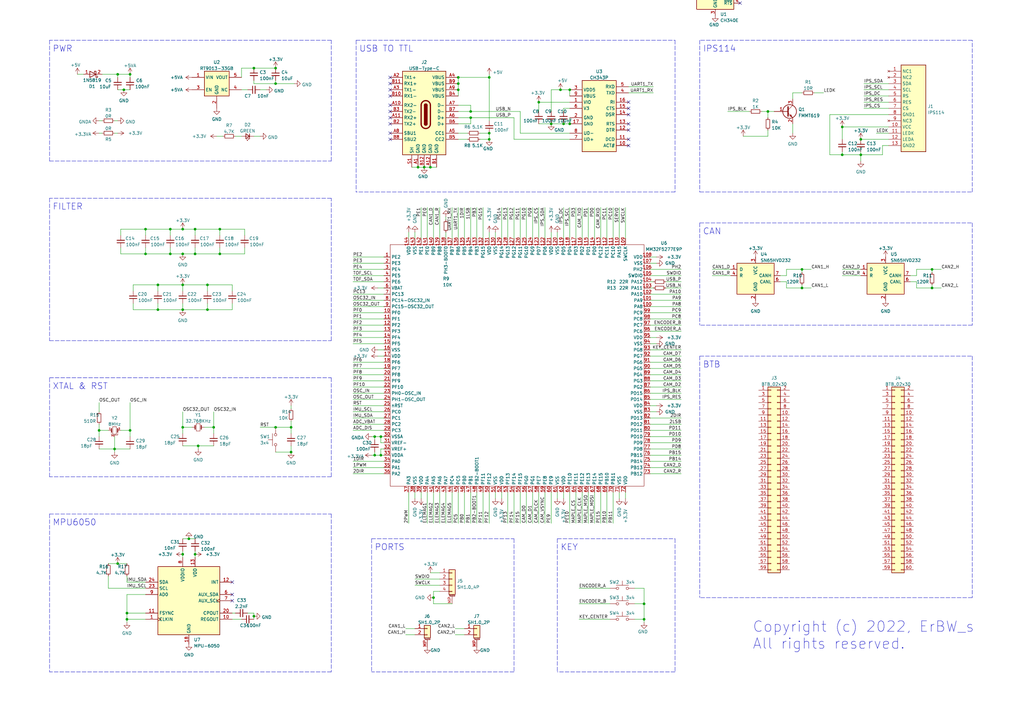
<source format=kicad_sch>
(kicad_sch (version 20211123) (generator eeschema)
  (paper "A3")
  (junction (at 69.85 104.14))
  (junction (at 293.37 -26.67))
  (junction (at 53.34 30.48))
  (junction (at 231.14 50.8))
  (junction (at 74.93 175.26))
  (junction (at 52.07 254))
  (junction (at 156.21 179.07))
  (junction (at 50.8 36.83))
  (junction (at 74.93 93.98))
  (junction (at 328.93 118.11))
  (junction (at 264.16 254))
  (junction (at 345.44 52.07))
  (junction (at 156.21 186.69))
  (junction (at 200.66 54.61))
  (junction (at 53.34 176.53))
  (junction (at 90.17 104.14))
  (junction (at 59.69 104.14))
  (junction (at 104.14 27.94))
  (junction (at 345.44 63.5))
  (junction (at 69.85 93.98))
  (junction (at 80.01 93.98))
  (junction (at 46.99 184.15))
  (junction (at 74.93 116.84))
  (junction (at 233.68 50.8))
  (junction (at 328.93 110.49))
  (junction (at 59.69 93.98))
  (junction (at 87.63 175.26))
  (junction (at 187.96 31.75))
  (junction (at 48.26 30.48))
  (junction (at 64.77 127))
  (junction (at 382.27 110.49))
  (junction (at 85.09 116.84))
  (junction (at 153.67 179.07))
  (junction (at 85.09 127))
  (junction (at 290.83 -31.75))
  (junction (at 193.04 45.72))
  (junction (at 187.96 34.29))
  (junction (at 119.38 175.26))
  (junction (at 187.96 36.83))
  (junction (at 113.03 175.26))
  (junction (at 64.77 116.84))
  (junction (at 104.14 252.73))
  (junction (at 171.45 68.58))
  (junction (at 80.01 227.33))
  (junction (at 74.93 104.14))
  (junction (at 233.68 36.83))
  (junction (at 353.06 63.5))
  (junction (at 153.67 186.69))
  (junction (at 113.03 27.94))
  (junction (at 74.93 227.33))
  (junction (at 113.03 34.29))
  (junction (at 81.28 182.88))
  (junction (at 176.53 68.58))
  (junction (at 264.16 247.65))
  (junction (at 80.01 104.14))
  (junction (at 193.04 48.26))
  (junction (at 90.17 93.98))
  (junction (at 200.66 31.75))
  (junction (at 353.06 57.15))
  (junction (at 52.07 251.46))
  (junction (at 220.98 41.91))
  (junction (at 177.8 245.11))
  (junction (at 48.26 231.14))
  (junction (at 382.27 118.11))
  (junction (at 226.06 50.8))
  (junction (at 74.93 127))
  (junction (at 200.66 57.15))
  (junction (at 173.99 68.58))
  (junction (at 229.87 36.83))
  (junction (at 314.96 45.72))
  (junction (at 40.64 176.53))
  (junction (at 77.47 220.98))
  (junction (at 119.38 185.42))
  (no_connect (at 257.81 41.91))
  (no_connect (at 160.02 50.8))
  (no_connect (at 160.02 45.72))
  (no_connect (at 160.02 54.61))
  (no_connect (at 257.81 50.8))
  (no_connect (at 160.02 43.18))
  (no_connect (at 257.81 46.99))
  (no_connect (at 257.81 59.69))
  (no_connect (at 160.02 31.75))
  (no_connect (at 95.25 243.84))
  (no_connect (at 95.25 238.76))
  (no_connect (at 95.25 246.38))
  (no_connect (at 303.53 1.27))
  (no_connect (at 303.53 -11.43))
  (no_connect (at 257.81 53.34))
  (no_connect (at 160.02 39.37))
  (no_connect (at 160.02 57.15))
  (no_connect (at 160.02 34.29))
  (no_connect (at 257.81 57.15))
  (no_connect (at 160.02 36.83))
  (no_connect (at 160.02 48.26))
  (no_connect (at 257.81 44.45))
  (no_connect (at 283.21 -6.35))
  (wire (pts (xy 190.5 260.35) (xy 186.69 260.35)))
  (wire (pts (xy 279.4 118.11) (xy 273.05 118.11)))
  (wire (pts (xy 254 85.09) (xy 254 97.79)))
  (wire (pts (xy 279.4 176.53) (xy 266.7 176.53)))
  (wire (pts (xy 40.64 176.53) (xy 40.64 179.07)))
  (wire (pts (xy 144.78 194.31) (xy 157.48 194.31)))
  (wire (pts (xy 187.96 50.8) (xy 193.04 50.8)))
  (wire (pts (xy 182.88 88.9) (xy 182.88 90.17)))
  (wire (pts (xy 74.93 124.46) (xy 74.93 127)))
  (wire (pts (xy 74.93 175.26) (xy 74.93 177.8)))
  (wire (pts (xy 279.4 189.23) (xy 266.7 189.23)))
  (wire (pts (xy 193.04 85.09) (xy 193.04 97.79)))
  (wire (pts (xy 54.61 116.84) (xy 54.61 119.38)))
  (wire (pts (xy 266.7 133.35) (xy 279.4 133.35)))
  (wire (pts (xy 292.1 113.03) (xy 299.72 113.03)))
  (polyline (pts (xy 20.32 66.04) (xy 135.89 66.04)))
  (wire (pts (xy 187.96 31.75) (xy 187.96 34.29)))
  (wire (pts (xy 78.74 175.26) (xy 74.93 175.26)))
  (wire (pts (xy 231.14 50.8) (xy 233.68 50.8)))
  (wire (pts (xy 144.78 107.95) (xy 157.48 107.95)))
  (wire (pts (xy 246.38 214.63) (xy 246.38 201.93)))
  (wire (pts (xy 74.93 116.84) (xy 64.77 116.84)))
  (wire (pts (xy 325.12 50.8) (xy 325.12 54.61)))
  (wire (pts (xy 59.69 238.76) (xy 52.07 238.76)))
  (wire (pts (xy 90.17 93.98) (xy 80.01 93.98)))
  (wire (pts (xy 144.78 168.91) (xy 157.48 168.91)))
  (wire (pts (xy 328.93 116.84) (xy 328.93 118.11)))
  (wire (pts (xy 187.96 43.18) (xy 193.04 43.18)))
  (wire (pts (xy 113.03 33.02) (xy 113.03 34.29)))
  (wire (pts (xy 208.28 85.09) (xy 208.28 97.79)))
  (wire (pts (xy 40.64 165.1) (xy 40.64 168.91)))
  (wire (pts (xy 320.04 115.57) (xy 322.58 115.57)))
  (polyline (pts (xy 135.89 275.59) (xy 20.32 275.59)))
  (wire (pts (xy 59.69 104.14) (xy 69.85 104.14)))
  (polyline (pts (xy 228.6 220.98) (xy 228.6 275.59)))
  (wire (pts (xy 85.09 116.84) (xy 85.09 119.38)))
  (wire (pts (xy 49.53 104.14) (xy 59.69 104.14)))
  (polyline (pts (xy 20.32 16.51) (xy 20.32 66.04)))
  (polyline (pts (xy 287.02 16.51) (xy 287.02 78.74)))
  (wire (pts (xy 279.4 181.61) (xy 266.7 181.61)))
  (wire (pts (xy 83.82 175.26) (xy 87.63 175.26)))
  (wire (pts (xy 345.44 62.23) (xy 345.44 63.5)))
  (wire (pts (xy 144.78 115.57) (xy 157.48 115.57)))
  (wire (pts (xy 218.44 85.09) (xy 218.44 97.79)))
  (wire (pts (xy 48.26 30.48) (xy 53.34 30.48)))
  (wire (pts (xy 220.98 85.09) (xy 220.98 97.79)))
  (wire (pts (xy 156.21 186.69) (xy 157.48 186.69)))
  (wire (pts (xy 153.67 185.42) (xy 153.67 186.69)))
  (wire (pts (xy 187.96 57.15) (xy 191.77 57.15)))
  (polyline (pts (xy 398.78 16.51) (xy 287.02 16.51)))
  (wire (pts (xy 99.06 27.94) (xy 104.14 27.94)))
  (polyline (pts (xy 146.05 16.51) (xy 146.05 78.74)))
  (wire (pts (xy 226.06 214.63) (xy 226.06 201.93)))
  (wire (pts (xy 236.22 201.93) (xy 236.22 214.63)))
  (wire (pts (xy 382.27 116.84) (xy 382.27 118.11)))
  (wire (pts (xy 220.98 50.8) (xy 226.06 50.8)))
  (wire (pts (xy 59.69 243.84) (xy 52.07 243.84)))
  (polyline (pts (xy 152.4 220.98) (xy 152.4 275.59)))
  (wire (pts (xy 354.33 36.83) (xy 364.49 36.83)))
  (wire (pts (xy 213.36 54.61) (xy 233.68 54.61)))
  (wire (pts (xy 172.72 204.47) (xy 172.72 201.93)))
  (wire (pts (xy 182.88 95.25) (xy 182.88 97.79)))
  (polyline (pts (xy 135.89 154.94) (xy 135.89 195.58)))
  (wire (pts (xy 144.78 138.43) (xy 157.48 138.43)))
  (wire (pts (xy 203.2 95.25) (xy 203.2 97.79)))
  (wire (pts (xy 353.06 63.5) (xy 361.95 63.5)))
  (wire (pts (xy 44.45 241.3) (xy 44.45 236.22)))
  (wire (pts (xy 233.68 214.63) (xy 233.68 201.93)))
  (wire (pts (xy 99.06 36.83) (xy 101.6 36.83)))
  (wire (pts (xy 74.93 220.98) (xy 77.47 220.98)))
  (wire (pts (xy 256.54 85.09) (xy 256.54 97.79)))
  (wire (pts (xy 88.9 55.88) (xy 91.44 55.88)))
  (wire (pts (xy 279.4 186.69) (xy 266.7 186.69)))
  (wire (pts (xy 113.03 185.42) (xy 119.38 185.42)))
  (wire (pts (xy 74.93 182.88) (xy 81.28 182.88)))
  (wire (pts (xy 80.01 93.98) (xy 74.93 93.98)))
  (wire (pts (xy 334.01 38.1) (xy 337.82 38.1)))
  (wire (pts (xy 187.96 34.29) (xy 187.96 36.83)))
  (wire (pts (xy 176.53 68.58) (xy 179.07 68.58)))
  (wire (pts (xy 170.18 95.25) (xy 170.18 97.79)))
  (wire (pts (xy 266.7 161.29) (xy 279.4 161.29)))
  (wire (pts (xy 59.69 93.98) (xy 59.69 96.52)))
  (wire (pts (xy 382.27 110.49) (xy 382.27 111.76)))
  (wire (pts (xy 279.4 148.59) (xy 266.7 148.59)))
  (wire (pts (xy 375.92 110.49) (xy 382.27 110.49)))
  (wire (pts (xy 354.33 34.29) (xy 364.49 34.29)))
  (wire (pts (xy 226.06 50.8) (xy 231.14 50.8)))
  (wire (pts (xy 53.34 165.1) (xy 53.34 176.53)))
  (wire (pts (xy 210.82 214.63) (xy 210.82 201.93)))
  (wire (pts (xy 80.01 226.06) (xy 80.01 227.33)))
  (wire (pts (xy 231.14 85.09) (xy 231.14 97.79)))
  (wire (pts (xy 167.64 95.25) (xy 167.64 97.79)))
  (wire (pts (xy 200.66 95.25) (xy 200.66 97.79)))
  (polyline (pts (xy 287.02 146.05) (xy 398.78 146.05)))
  (wire (pts (xy 95.25 116.84) (xy 85.09 116.84)))
  (wire (pts (xy 104.14 252.73) (xy 104.14 251.46)))
  (wire (pts (xy 325.12 38.1) (xy 328.93 38.1)))
  (wire (pts (xy 375.92 115.57) (xy 375.92 118.11)))
  (wire (pts (xy 80.01 101.6) (xy 80.01 104.14)))
  (wire (pts (xy 106.68 175.26) (xy 113.03 175.26)))
  (wire (pts (xy 279.4 110.49) (xy 266.7 110.49)))
  (wire (pts (xy 223.52 85.09) (xy 223.52 97.79)))
  (wire (pts (xy 279.4 184.15) (xy 266.7 184.15)))
  (wire (pts (xy 167.64 214.63) (xy 167.64 201.93)))
  (wire (pts (xy 264.16 247.65) (xy 264.16 241.3)))
  (wire (pts (xy 144.78 140.97) (xy 157.48 140.97)))
  (wire (pts (xy 290.83 -34.29) (xy 293.37 -34.29)))
  (polyline (pts (xy 20.32 139.7) (xy 135.89 139.7)))
  (wire (pts (xy 359.41 54.61) (xy 364.49 54.61)))
  (polyline (pts (xy 20.32 210.82) (xy 135.89 210.82)))
  (polyline (pts (xy 398.78 146.05) (xy 398.78 245.11)))
  (wire (pts (xy 187.96 45.72) (xy 193.04 45.72)))
  (wire (pts (xy 77.47 220.98) (xy 80.01 220.98)))
  (wire (pts (xy 198.12 214.63) (xy 198.12 201.93)))
  (wire (pts (xy 210.82 85.09) (xy 210.82 97.79)))
  (wire (pts (xy 52.07 238.76) (xy 52.07 236.22)))
  (wire (pts (xy 182.88 214.63) (xy 182.88 201.93)))
  (wire (pts (xy 279.4 115.57) (xy 273.05 115.57)))
  (wire (pts (xy 354.33 44.45) (xy 364.49 44.45)))
  (polyline (pts (xy 287.02 78.74) (xy 398.78 78.74)))
  (wire (pts (xy 153.67 186.69) (xy 156.21 186.69)))
  (wire (pts (xy 44.45 231.14) (xy 48.26 231.14)))
  (wire (pts (xy 237.49 254) (xy 250.19 254)))
  (wire (pts (xy 290.83 -30.48) (xy 290.83 -31.75)))
  (wire (pts (xy 264.16 255.27) (xy 264.16 254)))
  (wire (pts (xy 279.4 173.99) (xy 266.7 173.99)))
  (wire (pts (xy 144.78 148.59) (xy 157.48 148.59)))
  (wire (pts (xy 226.06 36.83) (xy 229.87 36.83)))
  (wire (pts (xy 144.78 125.73) (xy 157.48 125.73)))
  (wire (pts (xy 74.93 168.91) (xy 74.93 175.26)))
  (wire (pts (xy 144.78 135.89) (xy 157.48 135.89)))
  (wire (pts (xy 50.8 36.83) (xy 53.34 36.83)))
  (wire (pts (xy 375.92 113.03) (xy 375.92 110.49)))
  (wire (pts (xy 46.99 54.61) (xy 48.26 54.61)))
  (wire (pts (xy 193.04 45.72) (xy 213.36 45.72)))
  (polyline (pts (xy 398.78 133.35) (xy 287.02 133.35)))
  (wire (pts (xy 168.91 68.58) (xy 171.45 68.58)))
  (wire (pts (xy 104.14 251.46) (xy 101.6 251.46)))
  (wire (pts (xy 177.8 242.57) (xy 177.8 245.11)))
  (polyline (pts (xy 135.89 195.58) (xy 20.32 195.58)))
  (wire (pts (xy 293.37 -26.67) (xy 293.37 -24.13)))
  (wire (pts (xy 251.46 85.09) (xy 251.46 97.79)))
  (wire (pts (xy 144.78 176.53) (xy 157.48 176.53)))
  (wire (pts (xy 353.06 62.23) (xy 353.06 63.5)))
  (wire (pts (xy 304.8 55.88) (xy 314.96 55.88)))
  (wire (pts (xy 64.77 116.84) (xy 64.77 119.38)))
  (polyline (pts (xy 210.82 275.59) (xy 152.4 275.59)))
  (wire (pts (xy 322.58 110.49) (xy 328.93 110.49)))
  (wire (pts (xy 200.66 54.61) (xy 196.85 54.61)))
  (wire (pts (xy 257.81 38.1) (xy 267.97 38.1)))
  (wire (pts (xy 233.68 48.26) (xy 233.68 50.8)))
  (wire (pts (xy 205.74 204.47) (xy 205.74 201.93)))
  (polyline (pts (xy 287.02 146.05) (xy 287.02 245.11)))
  (wire (pts (xy 279.4 143.51) (xy 266.7 143.51)))
  (wire (pts (xy 223.52 214.63) (xy 223.52 201.93)))
  (wire (pts (xy 340.36 63.5) (xy 345.44 63.5)))
  (wire (pts (xy 144.78 105.41) (xy 157.48 105.41)))
  (wire (pts (xy 187.96 48.26) (xy 193.04 48.26)))
  (wire (pts (xy 267.97 118.11) (xy 266.7 118.11)))
  (wire (pts (xy 144.78 128.27) (xy 157.48 128.27)))
  (wire (pts (xy 238.76 85.09) (xy 238.76 97.79)))
  (wire (pts (xy 173.99 68.58) (xy 176.53 68.58)))
  (wire (pts (xy 44.45 176.53) (xy 40.64 176.53)))
  (polyline (pts (xy 135.89 66.04) (xy 135.89 16.51)))
  (wire (pts (xy 177.8 97.79) (xy 177.8 85.09)))
  (wire (pts (xy 69.85 101.6) (xy 69.85 104.14)))
  (wire (pts (xy 144.78 156.21) (xy 157.48 156.21)))
  (wire (pts (xy 119.38 175.26) (xy 119.38 177.8)))
  (wire (pts (xy 373.38 115.57) (xy 375.92 115.57)))
  (wire (pts (xy 193.04 43.18) (xy 193.04 45.72)))
  (wire (pts (xy 74.93 116.84) (xy 85.09 116.84)))
  (wire (pts (xy 144.78 191.77) (xy 157.48 191.77)))
  (wire (pts (xy 69.85 93.98) (xy 69.85 96.52)))
  (wire (pts (xy 80.01 104.14) (xy 90.17 104.14)))
  (wire (pts (xy 144.78 173.99) (xy 157.48 173.99)))
  (wire (pts (xy 228.6 204.47) (xy 228.6 201.93)))
  (wire (pts (xy 269.24 105.41) (xy 266.7 105.41)))
  (wire (pts (xy 46.99 184.15) (xy 53.34 184.15)))
  (wire (pts (xy 87.63 175.26) (xy 87.63 177.8)))
  (wire (pts (xy 279.4 120.65) (xy 266.7 120.65)))
  (wire (pts (xy 59.69 241.3) (xy 44.45 241.3)))
  (wire (pts (xy 353.06 57.15) (xy 364.49 57.15)))
  (wire (pts (xy 354.33 39.37) (xy 364.49 39.37)))
  (wire (pts (xy 196.85 57.15) (xy 200.66 57.15)))
  (wire (pts (xy 69.85 104.14) (xy 74.93 104.14)))
  (wire (pts (xy 290.83 -25.4) (xy 290.83 -24.13)))
  (wire (pts (xy 157.48 181.61) (xy 156.21 181.61)))
  (wire (pts (xy 279.4 130.81) (xy 266.7 130.81)))
  (wire (pts (xy 80.01 93.98) (xy 80.01 96.52)))
  (wire (pts (xy 298.45 45.72) (xy 307.34 45.72)))
  (wire (pts (xy 251.46 214.63) (xy 251.46 201.93)))
  (wire (pts (xy 279.4 128.27) (xy 266.7 128.27)))
  (wire (pts (xy 106.68 36.83) (xy 109.22 36.83)))
  (wire (pts (xy 220.98 214.63) (xy 220.98 201.93)))
  (wire (pts (xy 220.98 41.91) (xy 220.98 45.72)))
  (wire (pts (xy 345.44 63.5) (xy 353.06 63.5)))
  (wire (pts (xy 74.93 116.84) (xy 74.93 119.38)))
  (wire (pts (xy 354.33 41.91) (xy 364.49 41.91)))
  (wire (pts (xy 340.36 46.99) (xy 340.36 63.5)))
  (wire (pts (xy 314.96 45.72) (xy 317.5 45.72)))
  (wire (pts (xy 154.94 143.51) (xy 157.48 143.51)))
  (wire (pts (xy 328.93 118.11) (xy 332.74 118.11)))
  (wire (pts (xy 64.77 124.46) (xy 64.77 127)))
  (wire (pts (xy 119.38 166.37) (xy 119.38 167.64)))
  (wire (pts (xy 152.4 179.07) (xy 153.67 179.07)))
  (wire (pts (xy 279.4 153.67) (xy 266.7 153.67)))
  (wire (pts (xy 205.74 85.09) (xy 205.74 97.79)))
  (wire (pts (xy 177.8 214.63) (xy 177.8 201.93)))
  (wire (pts (xy 59.69 101.6) (xy 59.69 104.14)))
  (wire (pts (xy 85.09 124.46) (xy 85.09 127)))
  (wire (pts (xy 200.66 57.15) (xy 200.66 54.61)))
  (wire (pts (xy 40.64 54.61) (xy 41.91 54.61)))
  (wire (pts (xy 228.6 95.25) (xy 228.6 97.79)))
  (wire (pts (xy 210.82 48.26) (xy 210.82 57.15)))
  (wire (pts (xy 144.78 163.83) (xy 157.48 163.83)))
  (wire (pts (xy 144.78 189.23) (xy 157.48 189.23)))
  (wire (pts (xy 152.4 186.69) (xy 153.67 186.69)))
  (polyline (pts (xy 135.89 210.82) (xy 135.89 275.59)))
  (wire (pts (xy 104.14 33.02) (xy 104.14 34.29)))
  (wire (pts (xy 279.4 125.73) (xy 266.7 125.73)))
  (wire (pts (xy 175.26 85.09) (xy 175.26 97.79)))
  (wire (pts (xy 322.58 118.11) (xy 328.93 118.11)))
  (wire (pts (xy 233.68 36.83) (xy 233.68 39.37)))
  (wire (pts (xy 144.78 123.19) (xy 157.48 123.19)))
  (wire (pts (xy 226.06 45.72) (xy 226.06 36.83)))
  (polyline (pts (xy 276.86 16.51) (xy 276.86 78.74)))
  (wire (pts (xy 99.06 31.75) (xy 99.06 27.94)))
  (wire (pts (xy 175.26 214.63) (xy 175.26 201.93)))
  (wire (pts (xy 213.36 214.63) (xy 213.36 201.93)))
  (wire (pts (xy 290.83 -31.75) (xy 290.83 -34.29)))
  (wire (pts (xy 49.53 101.6) (xy 49.53 104.14)))
  (wire (pts (xy 180.34 214.63) (xy 180.34 201.93)))
  (wire (pts (xy 312.42 45.72) (xy 314.96 45.72)))
  (wire (pts (xy 195.58 214.63) (xy 195.58 201.93)))
  (wire (pts (xy 170.18 237.49) (xy 180.34 237.49)))
  (wire (pts (xy 266.7 135.89) (xy 279.4 135.89)))
  (wire (pts (xy 74.93 227.33) (xy 74.93 228.6)))
  (wire (pts (xy 320.04 113.03) (xy 322.58 113.03)))
  (wire (pts (xy 156.21 184.15) (xy 156.21 186.69)))
  (wire (pts (xy 322.58 113.03) (xy 322.58 110.49)))
  (wire (pts (xy 233.68 44.45) (xy 231.14 44.45)))
  (wire (pts (xy 156.21 179.07) (xy 157.48 179.07)))
  (wire (pts (xy 246.38 85.09) (xy 246.38 97.79)))
  (polyline (pts (xy 276.86 275.59) (xy 228.6 275.59)))
  (wire (pts (xy 328.93 110.49) (xy 332.74 110.49)))
  (wire (pts (xy 113.03 34.29) (xy 120.65 34.29)))
  (wire (pts (xy 74.93 127) (xy 85.09 127)))
  (wire (pts (xy 231.14 204.47) (xy 231.14 201.93)))
  (wire (pts (xy 269.24 107.95) (xy 266.7 107.95)))
  (wire (pts (xy 303.53 -19.05) (xy 313.69 -19.05)))
  (polyline (pts (xy 135.89 16.51) (xy 20.32 16.51)))
  (wire (pts (xy 193.04 48.26) (xy 210.82 48.26)))
  (wire (pts (xy 325.12 40.64) (xy 325.12 38.1)))
  (wire (pts (xy 250.19 247.65) (xy 237.49 247.65)))
  (wire (pts (xy 180.34 242.57) (xy 177.8 242.57)))
  (wire (pts (xy 266.7 163.83) (xy 279.4 163.83)))
  (wire (pts (xy 104.14 55.88) (xy 106.68 55.88)))
  (wire (pts (xy 144.78 151.13) (xy 157.48 151.13)))
  (wire (pts (xy 176.53 234.95) (xy 180.34 234.95)))
  (wire (pts (xy 171.45 68.58) (xy 173.99 68.58)))
  (wire (pts (xy 46.99 49.53) (xy 48.26 49.53)))
  (wire (pts (xy 200.66 214.63) (xy 200.66 201.93)))
  (wire (pts (xy 172.72 85.09) (xy 172.72 97.79)))
  (wire (pts (xy 170.18 204.47) (xy 170.18 201.93)))
  (polyline (pts (xy 398.78 245.11) (xy 287.02 245.11)))
  (polyline (pts (xy 276.86 220.98) (xy 276.86 275.59)))
  (wire (pts (xy 54.61 127) (xy 64.77 127)))
  (wire (pts (xy 87.63 168.91) (xy 87.63 175.26)))
  (wire (pts (xy 248.92 214.63) (xy 248.92 201.93)))
  (wire (pts (xy 193.04 214.63) (xy 193.04 201.93)))
  (wire (pts (xy 40.64 49.53) (xy 41.91 49.53)))
  (wire (pts (xy 104.14 254) (xy 104.14 252.73)))
  (wire (pts (xy 144.78 153.67) (xy 157.48 153.67)))
  (wire (pts (xy 52.07 243.84) (xy 52.07 251.46)))
  (wire (pts (xy 382.27 118.11) (xy 386.08 118.11)))
  (wire (pts (xy 53.34 30.48) (xy 53.34 31.75)))
  (wire (pts (xy 104.14 27.94) (xy 113.03 27.94)))
  (wire (pts (xy 48.26 231.14) (xy 52.07 231.14)))
  (wire (pts (xy 250.19 241.3) (xy 237.49 241.3)))
  (wire (pts (xy 266.7 191.77) (xy 279.4 191.77)))
  (wire (pts (xy 95.25 254) (xy 99.06 254)))
  (wire (pts (xy 345.44 52.07) (xy 364.49 52.07)))
  (wire (pts (xy 80.01 227.33) (xy 80.01 228.6)))
  (polyline (pts (xy 287.02 91.44) (xy 398.78 91.44)))
  (wire (pts (xy 260.35 254) (xy 264.16 254)))
  (wire (pts (xy 31.75 30.48) (xy 34.29 30.48)))
  (wire (pts (xy 40.64 184.15) (xy 46.99 184.15)))
  (wire (pts (xy 187.96 85.09) (xy 187.96 97.79)))
  (polyline (pts (xy 20.32 154.94) (xy 135.89 154.94)))
  (wire (pts (xy 279.4 158.75) (xy 266.7 158.75)))
  (wire (pts (xy 200.66 31.75) (xy 200.66 49.53)))
  (wire (pts (xy 264.16 254) (xy 264.16 247.65)))
  (wire (pts (xy 177.8 247.65) (xy 177.8 245.11)))
  (wire (pts (xy 220.98 41.91) (xy 233.68 41.91)))
  (wire (pts (xy 81.28 182.88) (xy 87.63 182.88)))
  (wire (pts (xy 373.38 113.03) (xy 375.92 113.03)))
  (wire (pts (xy 345.44 113.03) (xy 353.06 113.03)))
  (wire (pts (xy 157.48 184.15) (xy 156.21 184.15)))
  (wire (pts (xy 264.16 241.3) (xy 260.35 241.3)))
  (wire (pts (xy 267.97 115.57) (xy 266.7 115.57)))
  (wire (pts (xy 49.53 176.53) (xy 53.34 176.53)))
  (wire (pts (xy 100.33 96.52) (xy 100.33 93.98)))
  (wire (pts (xy 59.69 254) (xy 52.07 254)))
  (wire (pts (xy 46.99 184.15) (xy 46.99 185.42)))
  (wire (pts (xy 345.44 57.15) (xy 345.44 52.07)))
  (wire (pts (xy 144.78 161.29) (xy 157.48 161.29)))
  (wire (pts (xy 231.14 44.45) (xy 231.14 45.72)))
  (polyline (pts (xy 152.4 220.98) (xy 210.82 220.98)))
  (wire (pts (xy 241.3 85.09) (xy 241.3 97.79)))
  (wire (pts (xy 41.91 30.48) (xy 48.26 30.48)))
  (wire (pts (xy 144.78 110.49) (xy 157.48 110.49)))
  (wire (pts (xy 382.27 110.49) (xy 386.08 110.49)))
  (wire (pts (xy 229.87 36.83) (xy 233.68 36.83)))
  (polyline (pts (xy 287.02 91.44) (xy 287.02 133.35)))
  (wire (pts (xy 279.4 146.05) (xy 266.7 146.05)))
  (wire (pts (xy 218.44 214.63) (xy 218.44 201.93)))
  (wire (pts (xy 144.78 133.35) (xy 157.48 133.35)))
  (wire (pts (xy 48.26 30.48) (xy 48.26 31.75)))
  (wire (pts (xy 293.37 -29.21) (xy 293.37 -26.67)))
  (wire (pts (xy 254 204.47) (xy 254 201.93)))
  (wire (pts (xy 144.78 120.65) (xy 157.48 120.65)))
  (wire (pts (xy 154.94 146.05) (xy 157.48 146.05)))
  (wire (pts (xy 328.93 110.49) (xy 328.93 111.76)))
  (wire (pts (xy 119.38 175.26) (xy 119.38 172.72)))
  (wire (pts (xy 59.69 251.46) (xy 52.07 251.46)))
  (wire (pts (xy 269.24 166.37) (xy 266.7 166.37)))
  (wire (pts (xy 190.5 214.63) (xy 190.5 201.93)))
  (polyline (pts (xy 20.32 210.82) (xy 20.32 275.59)))
  (wire (pts (xy 59.69 93.98) (xy 49.53 93.98)))
  (wire (pts (xy 100.33 93.98) (xy 90.17 93.98)))
  (wire (pts (xy 153.67 179.07) (xy 156.21 179.07)))
  (wire (pts (xy 236.22 85.09) (xy 236.22 97.79)))
  (wire (pts (xy 180.34 97.79) (xy 180.34 85.09)))
  (wire (pts (xy 96.52 55.88) (xy 99.06 55.88)))
  (wire (pts (xy 64.77 116.84) (xy 54.61 116.84)))
  (wire (pts (xy 200.66 31.75) (xy 187.96 31.75)))
  (wire (pts (xy 185.42 85.09) (xy 185.42 97.79)))
  (wire (pts (xy 48.26 36.83) (xy 50.8 36.83)))
  (polyline (pts (xy 276.86 78.74) (xy 146.05 78.74)))
  (wire (pts (xy 190.5 257.81) (xy 186.69 257.81)))
  (wire (pts (xy 95.25 124.46) (xy 95.25 127)))
  (polyline (pts (xy 20.32 81.28) (xy 20.32 139.7)))
  (wire (pts (xy 238.76 201.93) (xy 238.76 214.63)))
  (wire (pts (xy 100.33 101.6) (xy 100.33 104.14)))
  (wire (pts (xy 156.21 181.61) (xy 156.21 179.07)))
  (wire (pts (xy 361.95 59.69) (xy 361.95 63.5)))
  (wire (pts (xy 361.95 59.69) (xy 364.49 59.69)))
  (wire (pts (xy 74.93 93.98) (xy 69.85 93.98)))
  (polyline (pts (xy 398.78 91.44) (xy 398.78 133.35)))
  (wire (pts (xy 54.61 124.46) (xy 54.61 127)))
  (polyline (pts (xy 210.82 220.98) (xy 210.82 275.59)))
  (wire (pts (xy 322.58 115.57) (xy 322.58 118.11)))
  (wire (pts (xy 144.78 130.81) (xy 157.48 130.81)))
  (wire (pts (xy 248.92 85.09) (xy 248.92 97.79)))
  (wire (pts (xy 144.78 158.75) (xy 157.48 158.75)))
  (wire (pts (xy 260.35 247.65) (xy 264.16 247.65)))
  (wire (pts (xy 154.94 118.11) (xy 157.48 118.11)))
  (wire (pts (xy 177.8 247.65) (xy 185.42 247.65)))
  (wire (pts (xy 279.4 171.45) (xy 266.7 171.45)))
  (wire (pts (xy 187.96 54.61) (xy 191.77 54.61)))
  (wire (pts (xy 46.99 179.07) (xy 46.99 184.15)))
  (wire (pts (xy 52.07 254) (xy 52.07 255.27)))
  (wire (pts (xy 49.53 93.98) (xy 49.53 96.52)))
  (wire (pts (xy 64.77 127) (xy 74.93 127)))
  (wire (pts (xy 144.78 113.03) (xy 157.48 113.03)))
  (wire (pts (xy 198.12 85.09) (xy 198.12 97.79)))
  (wire (pts (xy 200.66 30.48) (xy 200.66 31.75)))
  (wire (pts (xy 364.49 46.99) (xy 340.36 46.99)))
  (wire (pts (xy 213.36 45.72) (xy 213.36 54.61)))
  (wire (pts (xy 90.17 101.6) (xy 90.17 104.14)))
  (wire (pts (xy 345.44 110.49) (xy 353.06 110.49)))
  (wire (pts (xy 74.93 226.06) (xy 74.93 227.33)))
  (wire (pts (xy 279.4 123.19) (xy 266.7 123.19)))
  (polyline (pts (xy 398.78 78.74) (xy 398.78 16.51)))
  (wire (pts (xy 170.18 257.81) (xy 166.37 257.81)))
  (polyline (pts (xy 228.6 220.98) (xy 276.86 220.98)))
  (polyline (pts (xy 135.89 139.7) (xy 135.89 81.28)))
  (wire (pts (xy 40.64 173.99) (xy 40.64 176.53)))
  (wire (pts (xy 215.9 85.09) (xy 215.9 97.79)))
  (wire (pts (xy 303.53 -16.51) (xy 313.69 -16.51)))
  (wire (pts (xy 269.24 168.91) (xy 266.7 168.91)))
  (wire (pts (xy 292.1 110.49) (xy 299.72 110.49)))
  (wire (pts (xy 90.17 104.14) (xy 100.33 104.14)))
  (wire (pts (xy 256.54 204.47) (xy 256.54 201.93)))
  (wire (pts (xy 353.06 63.5) (xy 353.06 66.04)))
  (wire (pts (xy 243.84 85.09) (xy 243.84 97.79)))
  (polyline (pts (xy 135.89 81.28) (xy 20.32 81.28)))
  (wire (pts (xy 187.96 214.63) (xy 187.96 201.93)))
  (wire (pts (xy 104.14 34.29) (xy 113.03 34.29)))
  (wire (pts (xy 170.18 260.35) (xy 166.37 260.35)))
  (wire (pts (xy 257.81 35.56) (xy 267.97 35.56)))
  (wire (pts (xy 213.36 85.09) (xy 213.36 97.79)))
  (wire (pts (xy 53.34 176.53) (xy 53.34 179.07)))
  (wire (pts (xy 314.96 55.88) (xy 314.96 53.34)))
  (wire (pts (xy 203.2 204.47) (xy 203.2 201.93)))
  (wire (pts (xy 85.09 127) (xy 95.25 127)))
  (wire (pts (xy 144.78 166.37) (xy 157.48 166.37)))
  (wire (pts (xy 95.25 116.84) (xy 95.25 119.38)))
  (wire (pts (xy 185.42 214.63) (xy 185.42 201.93)))
  (wire (pts (xy 52.07 251.46) (xy 52.07 254)))
  (wire (pts (xy 210.82 57.15) (xy 233.68 57.15)))
  (wire (pts (xy 208.28 214.63) (xy 208.28 201.93)))
  (wire (pts (xy 95.25 251.46) (xy 96.52 251.46)))
  (wire (pts (xy 233.68 85.09) (xy 233.68 97.79)))
  (wire (pts (xy 241.3 201.93) (xy 241.3 214.63)))
  (wire (pts (xy 243.84 201.93) (xy 243.84 214.63)))
  (wire (pts (xy 74.93 104.14) (xy 80.01 104.14)))
  (wire (pts (xy 195.58 85.09) (xy 195.58 97.79)))
  (wire (pts (xy 269.24 138.43) (xy 266.7 138.43)))
  (wire (pts (xy 119.38 182.88) (xy 119.38 185.42)))
  (wire (pts (xy 153.67 179.07) (xy 153.67 180.34)))
  (wire (pts (xy 187.96 36.83) (xy 187.96 39.37)))
  (wire (pts (xy 193.04 50.8) (xy 193.04 48.26)))
  (wire (pts (xy 314.96 45.72) (xy 314.96 48.26)))
  (wire (pts (xy 190.5 85.09) (xy 190.5 97.79)))
  (wire (pts (xy 81.28 182.88) (xy 81.28 184.15)))
  (wire (pts (xy 279.4 151.13) (xy 266.7 151.13)))
  (polyline (pts (xy 20.32 195.58) (xy 20.32 154.94)))
  (wire (pts (xy 170.18 240.03) (xy 180.34 240.03)))
  (polyline (pts (xy 146.05 16.51) (xy 276.86 16.51)))
  (wire (pts (xy 90.17 93.98) (xy 90.17 96.52)))
  (wire (pts (xy 113.03 175.26) (xy 119.38 175.26)))
  (wire (pts (xy 69.85 93.98) (xy 59.69 93.98)))
  (wire (pts (xy 266.7 113.03) (xy 279.4 113.03)))
  (wire (pts (xy 279.4 156.21) (xy 266.7 156.21)))
  (wire (pts (xy 266.7 194.31) (xy 279.4 194.31)))
  (wire (pts (xy 375.92 118.11) (xy 382.27 118.11)))
  (wire (pts (xy 215.9 214.63) (xy 215.9 201.93)))
  (wire (pts (xy 226.06 95.25) (xy 226.06 97.79)))
  (wire (pts (xy 144.78 171.45) (xy 157.48 171.45)))
  (wire (pts (xy 279.4 179.07) (xy 266.7 179.07)))
  (wire (pts (xy 269.24 140.97) (xy 266.7 140.97)))
  (text "KEY" (at 229.87 226.06 0) (effects (font (size 2.54 2.54)) (justify left bottom)))
  (text "Copyright (c) 2022, ErBW_s\nAll rights reserved." (at 308.61 266.7 0) (effects (font (size 4.318 4.318)) (justify left bottom)))
  (text "CAN" (at 288.29 96.52 0) (effects (font (size 2.54 2.54)) (justify left bottom)))
  (text "FILTER" (at 21.59 86.36 0) (effects (font (size 2.54 2.54)) (justify left bottom)))
  (text "XTAL & RST" (at 21.59 160.02 0) (effects (font (size 2.54 2.54)) (justify left bottom)))
  (text "IPS114" (at 288.29 21.59 0) (effects (font (size 2.54 2.54)) (justify left bottom)))
  (text "PWR" (at 21.59 21.59 0) (effects (font (size 2.54 2.54)) (justify left bottom)))
  (text "MPU6050" (at 21.59 215.9 0) (effects (font (size 2.54 2.54)) (justify left bottom)))
  (text "USB TO TTL" (at 147.32 21.59 0) (effects (font (size 2.54 2.54)) (justify left bottom)))
  (text "BTB" (at 288.29 151.13 0) (effects (font (size 2.54 2.54)) (justify left bottom)))
  (text "PORTS" (at 153.67 226.06 0) (effects (font (size 2.54 2.54)) (justify left bottom)))
  (label "PF2" (at 144.78 133.35 0))
  (label "1DIR" (at 144.78 189.23 0))
  (label "PB0" (at 190.5 214.63 90))
  (label "PF0" (at 144.78 128.27 0))
  (label "USB_P" (at 279.4 115.57 180))
  (label "PG9" (at 218.44 85.09 270))
  (label "PB1" (at 193.04 214.63 90))
  (label "PC11" (at 248.92 85.09 270))
  (label "ELEMAG3" (at 180.34 214.63 90))
  (label "CAN2_D" (at 345.44 110.49 0))
  (label "CAN2_D" (at 279.4 191.77 180))
  (label "OSC32_OUT" (at 74.93 168.91 0))
  (label "IPS_BLK" (at 279.4 161.29 180))
  (label "ENCODER_A" (at 279.4 135.89 180))
  (label "OSC_IN" (at 53.34 165.1 0))
  (label "PF5" (at 144.78 140.97 0))
  (label "UART1_RX" (at 185.42 85.09 270))
  (label "PF15" (at 213.36 214.63 90))
  (label "ENCODER_B" (at 237.49 247.65 0))
  (label "1DIR" (at 190.5 85.09 270))
  (label "PF6" (at 144.78 148.59 0))
  (label "PD11" (at 279.4 176.53 180))
  (label "PE2" (at 144.78 105.41 0))
  (label "PF11" (at 198.12 214.63 90))
  (label "OSC_IN" (at 144.78 161.29 0))
  (label "RST" (at 144.78 166.37 0))
  (label "UART1_TX" (at 267.97 35.56 180))
  (label "UART1_TX" (at 313.69 -16.51 180))
  (label "IPS_BLK" (at 298.45 45.72 0))
  (label "PE10" (at 233.68 214.63 90))
  (label "IMU_SDA" (at 144.78 171.45 0))
  (label "PB14" (at 279.4 189.23 180))
  (label "LEDK" (at 359.41 54.61 0))
  (label "CAN2_R" (at 279.4 194.31 180))
  (label "ENCODER_B" (at 279.4 133.35 180))
  (label "MAPLE_MISO" (at 241.3 214.63 90))
  (label "OSC32_IN" (at 144.78 123.19 0))
  (label "CAM_D7" (at 279.4 146.05 180))
  (label "PD3" (at 236.22 85.09 270))
  (label "OSC32_IN" (at 87.63 168.91 0))
  (label "CAN1_D" (at 177.8 85.09 270))
  (label "PA10" (at 279.4 120.65 180))
  (label "PA9" (at 279.4 123.19 180))
  (label "PE15" (at 246.38 214.63 90))
  (label "PF14" (at 210.82 214.63 90))
  (label "CAN2_H" (at 186.69 260.35 180))
  (label "OSC_OUT" (at 40.64 165.1 0))
  (label "CAN2_L" (at 386.08 118.11 0))
  (label "PC13" (at 144.78 120.65 0))
  (label "SWCLK" (at 256.54 85.09 270))
  (label "ELEMAG4" (at 182.88 214.63 90))
  (label "KEY_CENTER" (at 279.4 143.51 180))
  (label "ADC_DIS" (at 144.78 176.53 0))
  (label "CAN2_R" (at 345.44 113.03 0))
  (label "SWDIO" (at 170.18 237.49 0))
  (label "CAN1_D" (at 292.1 110.49 0))
  (label "OSC_OUT" (at 144.78 163.83 0))
  (label "CAN1_R" (at 180.34 85.09 270))
  (label "CAM_D4" (at 279.4 153.67 180))
  (label "USB_N" (at 279.4 118.11 180))
  (label "PD8" (at 279.4 184.15 180))
  (label "1PWM" (at 144.78 191.77 0))
  (label "CAN1_H" (at 166.37 260.35 180))
  (label "SWCLK" (at 170.18 240.03 0))
  (label "PF3" (at 144.78 135.89 0))
  (label "PF1" (at 144.78 130.81 0))
  (label "PB10" (at 248.92 214.63 90))
  (label "1LSB" (at 193.04 85.09 270))
  (label "SWDIO" (at 279.4 113.03 180))
  (label "TOF_SDA" (at 144.78 115.57 0))
  (label "PB11" (at 251.46 214.63 90))
  (label "PG13" (at 208.28 85.09 270))
  (label "2PWM" (at 167.64 214.63 90))
  (label "KEY_CENTER" (at 237.49 254 0))
  (label "TOF_SCL" (at 144.78 113.03 0))
  (label "LEDK" (at 337.82 38.1 0))
  (label "OSC32_OUT" (at 144.78 125.73 0))
  (label "PE1" (at 172.72 85.09 270))
  (label "PG12" (at 210.82 85.09 270))
  (label "PF13" (at 208.28 214.63 90))
  (label "PG10" (at 215.9 85.09 270))
  (label "SERVO" (at 254 85.09 270))
  (label "CAN1_L" (at 332.74 118.11 0))
  (label "CAM_VSYNC" (at 223.52 214.63 90))
  (label "PG11" (at 213.36 85.09 270))
  (label "PC5" (at 187.96 214.63 90))
  (label "CAN1_H" (at 332.74 110.49 0))
  (label "IPS_CS" (at 220.98 85.09 270))
  (label "CAM_TXD" (at 238.76 85.09 270))
  (label "IPS_SDA" (at 223.52 85.09 270))
  (label "UART1_RX" (at 267.97 38.1 180))
  (label "PE9" (at 226.06 214.63 90))
  (label "IMU_SCL" (at 52.07 241.3 0))
  (label "PF12" (at 200.66 214.63 90))
  (label "CAM_RXD" (at 246.38 85.09 270))
  (label "PF9" (at 144.78 156.21 0))
  (label "IPS_RES" (at 354.33 41.91 0))
  (label "PE3" (at 144.78 107.95 0))
  (label "PH2" (at 279.4 110.49 180))
  (label "ADC_VBAT" (at 144.78 173.99 0))
  (label "PC9" (at 279.4 128.27 180))
  (label "CAM_D1" (at 218.44 214.63 90))
  (label "PF8" (at 144.78 153.67 0))
  (label "CAN1_L" (at 166.37 257.81 180))
  (label "PD1" (at 241.3 85.09 270))
  (label "PE4" (at 144.78 110.49 0))
  (label "IPS_RES" (at 279.4 163.83 180))
  (label "IPS_SCL" (at 233.68 85.09 270))
  (label "PB2-BOOT1" (at 195.58 214.63 90))
  (label "ELEMAG5" (at 185.42 214.63 90))
  (label "PC10" (at 251.46 85.09 270))
  (label "IPS_DC" (at 231.14 85.09 270))
  (label "CAN2_L" (at 186.69 257.81 180))
  (label "PC8" (at 279.4 130.81 180))
  (label "CAM_D2" (at 279.4 158.75 180))
  (label "2DIR" (at 279.4 171.45 180))
  (label "IMU_SDA" (at 52.07 238.76 0))
  (label "2DIR" (at 144.78 194.31 0))
  (label "ELEMAG2" (at 177.8 214.63 90))
  (label "PD10" (at 279.4 179.07 180))
  (label "PF10" (at 144.78 158.75 0))
  (label "PE0" (at 175.26 85.09 270))
  (label "UART1_RX" (at 313.69 -19.05 180))
  (label "IPS_DC" (at 354.33 39.37 0))
  (label "CAN1_R" (at 292.1 113.03 0))
  (label "IPS_SDA" (at 354.33 34.29 0))
  (label "PB3" (at 195.58 85.09 270))
  (label "PF7" (at 144.78 151.13 0))
  (label "2LSB" (at 279.4 173.99 180))
  (label "CAM_PLCK" (at 220.98 214.63 90))
  (label "RST" (at 106.68 175.26 0))
  (label "IPS_CS" (at 354.33 44.45 0))
  (label "CAM_D3" (at 279.4 156.21 180))
  (label "PB15" (at 279.4 186.69 180))
  (label "PD9" (at 279.4 181.61 180))
  (label "PG14" (at 205.74 85.09 270))
  (label "CAM_D6" (at 279.4 148.59 180))
  (label "PD0" (at 243.84 85.09 270))
  (label "ELEMAG1" (at 175.26 214.63 90))
  (label "USB_N" (at 209.55 45.72 180))
  (label "PF4" (at 144.78 138.43 0))
  (label "IPS_SCL" (at 354.33 36.83 0))
  (label "MAPLE_CS" (at 236.22 214.63 90))
  (label "CAN2_H" (at 386.08 110.49 0))
  (label "CAM_D5" (at 279.4 151.13 180))
  (label "PA8" (at 279.4 125.73 180))
  (label "UART1_TX" (at 187.96 85.09 270))
  (label "CAM_D0" (at 215.9 214.63 90))
  (label "ENCODER_A" (at 237.49 241.3 0))
  (label "USB_P" (at 209.55 48.26 180))
  (label "PG15" (at 198.12 85.09 270))
  (label "MAPLE_MOSI" (at 243.84 214.63 90))
  (label "MAPLE_CLK" (at 238.76 214.63 90))
  (label "IMU_SCL" (at 144.78 168.91 0))
  (symbol (lib_id "Device:C_Small") (at 200.66 52.07 180) (unit 1)
    (property "Reference" "C11" (at 204.47 50.8 0))
    (property "Value" "100nF" (at 205.74 53.34 0))
    (property "Footprint" "ErBW_s:C_0402" (effects hide))
  )
  (symbol (lib_id "power:GND") (at 50.8 36.83 0) (unit 1)
    (property "Reference" "#PWR010" (effects hide))
    (property "Value" "GND" (at 50.8 41.2734 0))
  )
  (symbol (lib_id "Device:R_Small") (at 182.88 92.71 0) (unit 1)
    (property "Reference" "R9" (at 181.61 114.3 0) (effects (justify left)))
    (property "Value" "10K" (at 181.61 116.84 0) (effects (justify left)))
    (property "Footprint" "ErBW_s:R_0402" (effects hide))
  )
  (symbol (lib_id "Device:C_Small") (at 345.44 59.69 0) (unit 1)
    (property "Reference" "C12" (at 347.7641 58.8616 0) (effects (justify left)))
    (property "Value" "100nF" (at 347.7641 61.3985 0) (effects (justify left)))
    (property "Footprint" "ErBW_s:C_0402" (effects hide))
  )
  (symbol (lib_id "power:+3.3V") (at 119.38 166.37 0) (unit 1)
    (property "Reference" "#PWR052" (effects hide))
    (property "Value" "+3.3V" (at 119.38 162.7942 0))
  )
  (symbol (lib_id "Device:C_Small") (at 100.33 99.06 180) (unit 1)
    (property "Reference" "C19" (at 104.14 97.79 0))
    (property "Value" "100nF" (at 105.41 100.33 0))
    (property "Footprint" "ErBW_s:C_0402" (effects hide))
  )
  (symbol (lib_id "power:+3.3V") (at 231.14 204.47 180) (unit 1)
    (property "Reference" "#PWR065" (effects hide))
    (property "Value" "+3.3V" (at 231.14 214.63 90) (effects (justify right)))
  )
  (symbol (lib_id "power:GND") (at 170.18 95.25 180) (unit 1)
    (property "Reference" "#PWR033" (effects hide))
    (property "Value" "GND" (at 170.18 87.63 90) (effects (justify left)))
  )
  (symbol (lib_id "Diode:1N5819WS") (at 38.1 30.48 180) (unit 1)
    (property "Reference" "D1" (at 37.7825 35.4498 0))
    (property "Value" "1N5819" (at 37.7825 32.9129 0))
    (property "Footprint" "ErBW_s:SOD-323" (effects hide))
    (property "Datasheet" "https://datasheet.lcsc.com/lcsc/2204281430_Guangdong-Hottech-1N5819WS_C191023.pdf" (effects hide))
  )
  (symbol (lib_id "power:GND") (at 175.26 265.43 0) (unit 1)
    (property "Reference" "#PWR078" (effects hide))
    (property "Value" "GND" (at 176.53 266.7 0) (effects (justify left)))
  )
  (symbol (lib_id "power:GND") (at 46.99 185.42 0) (unit 1)
    (property "Reference" "#PWR057" (effects hide))
    (property "Value" "GND" (at 46.99 189.8634 0))
  )
  (symbol (lib_id "power:+3.3V") (at 113.03 27.94 0) (unit 1)
    (property "Reference" "#PWR04" (effects hide))
    (property "Value" "+3.3V" (at 113.03 24.3642 0))
  )
  (symbol (lib_id "Device:C_Small") (at 80.01 99.06 180) (unit 1)
    (property "Reference" "C17" (at 83.82 97.79 0))
    (property "Value" "100nF" (at 85.09 100.33 0))
    (property "Footprint" "ErBW_s:C_0402" (effects hide))
  )
  (symbol (lib_id "ErBW_s:MM32F5277E9P") (at 210.82 151.13 0) (unit 1)
    (property "Reference" "U6" (at 272.3129 99.7035 0))
    (property "Value" "MM32F5277E9P" (at 272.3129 102.2404 0))
    (property "Footprint" "Package_QFP:LQFP-144_20x20mm_P0.5mm" (effects hide))
  )
  (symbol (lib_id "power:GND") (at 109.22 36.83 90) (unit 1)
    (property "Reference" "#PWR012" (effects hide))
    (property "Value" "GND" (at 112.395 37.2638 90) (effects (justify right)))
  )
  (symbol (lib_id "Device:C_Small") (at 54.61 121.92 180) (unit 1)
    (property "Reference" "C20" (at 58.42 120.65 0))
    (property "Value" "100nF" (at 59.69 123.19 0))
    (property "Footprint" "ErBW_s:C_0402" (effects hide))
  )
  (symbol (lib_id "Device:R_Small") (at 382.27 114.3 0) (unit 1)
    (property "Reference" "R11" (at 378.46 113.03 0) (effects (justify left)))
    (property "Value" "120R" (at 375.92 115.57 0) (effects (justify left)))
    (property "Footprint" "ErBW_s:R_0402" (effects hide))
  )
  (symbol (lib_id "power:GND") (at 120.65 34.29 90) (unit 1)
    (property "Reference" "#PWR09" (effects hide))
    (property "Value" "GND" (at 123.825 34.7238 90) (effects (justify right)))
  )
  (symbol (lib_id "power:+3.3V") (at 345.44 52.07 0) (unit 1)
    (property "Reference" "#PWR019" (effects hide))
    (property "Value" "+3.3V" (at 345.44 48.4942 0))
  )
  (symbol (lib_id "Switch:SW_Push") (at 255.27 241.3 0) (unit 1)
    (property "Reference" "SW2" (at 254 238.76 0) (effects (justify right)))
    (property "Value" "3x4" (at 260.35 238.76 0) (effects (justify right)))
    (property "Footprint" "ErBW_s:BUTTON_3x4" (effects hide))
  )
  (symbol (lib_id "Device:R_Small") (at 119.38 170.18 0) (unit 1)
    (property "Reference" "R14" (at 115.57 168.91 0) (effects (justify left)))
    (property "Value" "10K" (at 114.3 171.45 0) (effects (justify left)))
    (property "Footprint" "ErBW_s:R_0402" (effects hide))
  )
  (symbol (lib_id "power:GNDA") (at 40.64 49.53 270) (unit 1)
    (property "Reference" "#PWR016" (effects hide))
    (property "Value" "GNDA" (at 37.465 49.9638 90) (effects (justify right)))
  )
  (symbol (lib_id "Device:R_Small") (at 270.51 118.11 90) (unit 1)
    (property "Reference" "R13" (at 252.73 118.11 90) (effects (justify left)))
    (property "Value" "22R" (at 257.81 118.11 90) (effects (justify left)))
    (property "Footprint" "ErBW_s:R_0402" (effects hide))
  )
  (symbol (lib_id "power:GND") (at 293.37 6.35 0) (unit 1)
    (property "Reference" "#PWR03" (effects hide))
    (property "Value" "GND" (at 290.83 10.16 0) (effects (justify left)))
  )
  (symbol (lib_id "Device:C_Small") (at 49.53 99.06 180) (unit 1)
    (property "Reference" "C14" (at 53.34 97.79 0))
    (property "Value" "100nF" (at 54.61 100.33 0))
    (property "Footprint" "ErBW_s:C_0402" (effects hide))
  )
  (symbol (lib_id "power:+3.3V") (at 172.72 204.47 180) (unit 1)
    (property "Reference" "#PWR061" (effects hide))
    (property "Value" "+3.3V" (at 172.72 214.63 90) (effects (justify right)))
  )
  (symbol (lib_id "Device:LED_Small") (at 101.6 55.88 180) (unit 1)
    (property "Reference" "D2" (at 101.5365 51.1642 0))
    (property "Value" "GREEN" (at 101.5365 53.7011 0))
    (property "Footprint" "ErBW_s:LED_0402" (effects hide))
  )
  (symbol (lib_id "power:GND") (at 74.93 104.14 0) (unit 1)
    (property "Reference" "#PWR038" (effects hide))
    (property "Value" "GND" (at 74.93 108.5834 0))
  )
  (symbol (lib_id "power:+3.3V") (at 74.93 93.98 0) (unit 1)
    (property "Reference" "#PWR031" (effects hide))
    (property "Value" "+3.3V" (at 74.93 90.4042 0))
  )
  (symbol (lib_id "power:+3.3V") (at 167.64 95.25 0) (unit 1)
    (property "Reference" "#PWR032" (effects hide))
    (property "Value" "+3.3V" (at 167.64 85.09 90) (effects (justify right)))
  )
  (symbol (lib_id "power:GND") (at 254 204.47 0) (unit 1)
    (property "Reference" "#PWR066" (effects hide))
    (property "Value" "GND" (at 254 212.09 90) (effects (justify left)))
  )
  (symbol (lib_id "power:+5V") (at 31.75 30.48 0) (unit 1)
    (property "Reference" "#PWR05" (effects hide))
    (property "Value" "+5V" (at 33.02 26.67 0) (effects (justify right)))
  )
  (symbol (lib_id "Device:C_Small") (at 293.37 -31.75 0) (unit 1)
    (property "Reference" "C1" (at 295.91 -33.02 0) (effects (justify left)))
    (property "Value" "100nF" (at 295.91 -30.48 0) (effects (justify left)))
    (property "Footprint" "ErBW_s:C_0402" (effects hide))
  )
  (symbol (lib_id "power:+3.3V") (at 205.74 204.47 180) (unit 1)
    (property "Reference" "#PWR063" (effects hide))
    (property "Value" "+3.3V" (at 205.74 214.63 90) (effects (justify right)))
  )
  (symbol (lib_id "ErBW_s:CH343P") (at 245.11 46.99 0) (unit 1)
    (property "Reference" "U3" (at 245.745 29.3202 0))
    (property "Value" "CH343P" (at 245.745 31.8571 0))
    (property "Footprint" "Package_DFN_QFN:QFN-16-1EP_3x3mm_P0.5mm_EP1.7x1.7mm" (effects hide))
    (property "Footprint" "Package_DFN_QFN:QFN-16-1EP_3x3mm_P0.5mm_EP1.7x1.7mm" (effects hide))
    (property "Reference" "U3" (effects hide))
    (property "Value" "CH343P" (effects hide))
  )
  (symbol (lib_id "ErBW_s:RT9013-33GB") (at 88.9 34.29 0) (unit 1)
    (property "Reference" "U2" (at 88.9 25.5102 0))
    (property "Value" "RT9013-33GB" (at 88.9 28.0471 0))
    (property "Footprint" "Package_TO_SOT_SMD:SOT-23-5" (effects hide))
  )
  (symbol (lib_id "power:+3.3VA") (at 152.4 186.69 90) (unit 1)
    (property "Reference" "#PWR059" (effects hide))
    (property "Value" "+3.3VA" (at 149.2251 187.1238 90) (effects (justify left)))
  )
  (symbol (lib_id "Device:C_Small") (at 74.93 121.92 180) (unit 1)
    (property "Reference" "C22" (at 78.74 120.65 0))
    (property "Value" "100nF" (at 80.01 123.19 0))
    (property "Footprint" "ErBW_s:C_0402" (effects hide))
  )
  (symbol (lib_id "Device:C_Small") (at 104.14 30.48 0) (unit 1)
    (property "Reference" "C3" (at 106.4641 29.6516 0) (effects (justify left)))
    (property "Value" "100nF" (at 106.4641 32.1885 0) (effects (justify left)))
    (property "Footprint" "ErBW_s:C_0402" (effects hide))
  )
  (symbol (lib_id "Device:R_Small") (at 52.07 233.68 0) (unit 1)
    (property "Reference" "R17" (at 48.26 232.41 0) (effects (justify left)))
    (property "Value" "4.7K" (at 46.99 234.95 0) (effects (justify left)))
    (property "Footprint" "ErBW_s:R_0402" (effects hide))
  )
  (symbol (lib_id "Device:C_Small") (at 85.09 121.92 180) (unit 1)
    (property "Reference" "C23" (at 88.9 120.65 0))
    (property "Value" "100nF" (at 90.17 123.19 0))
    (property "Footprint" "ErBW_s:C_0402" (effects hide))
  )
  (symbol (lib_id "power:GND") (at 154.94 143.51 270) (unit 1)
    (property "Reference" "#PWR050" (effects hide))
    (property "Value" "GND" (at 147.32 143.51 90) (effects (justify left)))
  )
  (symbol (lib_id "Device:Crystal_Small") (at 81.28 175.26 0) (unit 1)
    (property "Reference" "Y1" (at 81.28 170.1632 0))
    (property "Value" "32.768KHz" (at 81.28 172.7001 0))
    (property "Footprint" "ErBW_s:Crystal_SMD_3215_FC-135_2P" (effects hide))
  )
  (symbol (lib_id "power:GND") (at 269.24 140.97 90) (unit 1)
    (property "Reference" "#PWR049" (effects hide))
    (property "Value" "GND" (at 276.86 140.97 90) (effects (justify left)))
  )
  (symbol (lib_id "Device:C_Small") (at 53.34 34.29 180) (unit 1)
    (property "Reference" "C6" (at 57.15 33.02 0))
    (property "Value" "100nF" (at 58.42 35.56 0))
    (property "Footprint" "ErBW_s:C_0402" (effects hide))
  )
  (symbol (lib_id "Device:Q_NPN_BEC") (at 322.58 45.72 0) (unit 1)
    (property "Reference" "Q1" (at 327.4314 44.8853 0) (effects (justify left)))
    (property "Value" "FMMT619" (at 327.4314 47.4222 0) (effects (justify left)))
    (property "Footprint" "Package_TO_SOT_SMD:SOT-23" (effects hide))
  )
  (symbol (lib_id "Device:C_Small") (at 104.14 36.83 90) (unit 1)
    (property "Reference" "C7" (at 101.6 39.37 90))
    (property "Value" "10nF" (at 107.95 39.37 90))
    (property "Footprint" "ErBW_s:C_0402" (effects hide))
  )
  (symbol (lib_id "Device:C_Small") (at 64.77 121.92 180) (unit 1)
    (property "Reference" "C21" (at 68.58 120.65 0))
    (property "Value" "100nF" (at 69.85 123.19 0))
    (property "Footprint" "ErBW_s:C_0402" (effects hide))
  )
  (symbol (lib_id "power:+3.3V") (at 48.26 231.14 0) (unit 1)
    (property "Reference" "#PWR071" (effects hide))
    (property "Value" "+3.3V" (at 48.26 227.5642 0))
  )
  (symbol (lib_id "power:GND") (at 226.06 50.8 0) (unit 1)
    (property "Reference" "#PWR018" (effects hide))
    (property "Value" "GND" (at 227.33 53.34 0) (effects (justify left)))
  )
  (symbol (lib_id "power:GND") (at 104.14 252.73 90) (unit 1)
    (property "Reference" "#PWR074" (effects hide))
    (property "Value" "GND" (at 107.315 253.1638 90) (effects (justify right)))
  )
  (symbol (lib_id "power:GND") (at 309.88 123.19 0) (unit 1)
    (property "Reference" "#PWR045" (effects hide))
    (property "Value" "GND" (at 309.88 127.6334 0))
  )
  (symbol (lib_id "Switch:SW_Push") (at 255.27 254 0) (unit 1)
    (property "Reference" "SW4" (at 254 251.46 0) (effects (justify right)))
    (property "Value" "3x4" (at 260.35 251.46 0) (effects (justify right)))
    (property "Footprint" "ErBW_s:BUTTON_3x4" (effects hide))
  )
  (symbol (lib_id "power:GND") (at 48.26 49.53 90) (unit 1)
    (property "Reference" "#PWR017" (effects hide))
    (property "Value" "GND" (at 51.435 49.9638 90) (effects (justify right)))
  )
  (symbol (lib_id "Device:R_Small") (at 44.45 54.61 90) (unit 1)
    (property "Reference" "R5" (at 44.45 57.15 90))
    (property "Value" "0R" (at 44.45 52.7105 90))
    (property "Footprint" "ErBW_s:R_0402" (effects hide))
  )
  (symbol (lib_id "Interface_CAN_LIN:SN65HVD232") (at 309.88 113.03 0) (unit 1)
    (property "Reference" "U4" (at 311.8994 104.2502 0) (effects (justify left)))
    (property "Value" "SN65HVD232" (at 311.8994 106.7871 0) (effects (justify left)))
    (property "Footprint" "Package_SO:SOIC-8_3.9x4.9mm_P1.27mm" (effects hide))
    (property "Datasheet" "http://www.ti.com/lit/ds/symlink/sn65hvd230.pdf" (effects hide))
  )
  (symbol (lib_id "power:+3.3V") (at 269.24 105.41 270) (unit 1)
    (property "Reference" "#PWR039" (effects hide))
    (property "Value" "+3.3V" (at 279.4 105.41 90) (effects (justify right)))
  )
  (symbol (lib_id "power:GND") (at 195.58 265.43 0) (unit 1)
    (property "Reference" "#PWR079" (effects hide))
    (property "Value" "GND" (at 196.85 266.7 0) (effects (justify left)))
  )
  (symbol (lib_id "power:+5V") (at 200.66 30.48 0) (unit 1)
    (property "Reference" "#PWR07" (effects hide))
    (property "Value" "+5V" (at 202.057 29.6438 0) (effects (justify left)))
  )
  (symbol (lib_id "Switch:SW_Push") (at 255.27 247.65 0) (unit 1)
    (property "Reference" "SW3" (at 254 245.11 0) (effects (justify right)))
    (property "Value" "3x4" (at 260.35 245.11 0) (effects (justify right)))
    (property "Footprint" "ErBW_s:BUTTON_3x4" (effects hide))
  )
  (symbol (lib_id "Device:C_Small") (at 74.93 223.52 0) (unit 1)
    (property "Reference" "C31" (at 69.85 222.25 0) (effects (justify left)))
    (property "Value" "10nF" (at 67.31 224.79 0) (effects (justify left)))
    (property "Footprint" "ErBW_s:C_0402" (effects hide))
  )
  (symbol (lib_id "Connector_Generic_MountingPin:Conn_01x02_MountingPin") (at 195.58 257.81 0) (unit 1)
    (property "Reference" "J7" (at 194.31 252.73 0) (effects (justify left)))
    (property "Value" "SH1.0_2P" (at 191.77 255.27 0) (effects (justify left)))
    (property "Footprint" "Connector_JST:JST_SH_SM02B-SRSS-TB_1x02-1MP_P1.00mm_Horizontal" (effects hide))
  )
  (symbol (lib_id "power:+5VA") (at 53.34 30.48 0) (unit 1)
    (property "Reference" "#PWR06" (effects hide))
    (property "Value" "+5VA" (at 53.34 26.9042 0))
  )
  (symbol (lib_id "power:GND") (at 203.2 95.25 180) (unit 1)
    (property "Reference" "#PWR035" (effects hide))
    (property "Value" "GND" (at 203.2 87.63 90) (effects (justify left)))
  )
  (symbol (lib_id "power:GND") (at 228.6 95.25 180) (unit 1)
    (property "Reference" "#PWR037" (effects hide))
    (property "Value" "GND" (at 228.6 87.63 90) (effects (justify left)))
  )
  (symbol (lib_id "power:+3.3V") (at 304.8 55.88 0) (unit 1)
    (property "Reference" "#PWR025" (effects hide))
    (property "Value" "+3.3V" (at 304.8 52.3042 0))
  )
  (symbol (lib_id "Device:C_Small") (at 353.06 59.69 0) (unit 1)
    (property "Reference" "C13" (at 355.3841 58.8616 0) (effects (justify left)))
    (property "Value" "100nF" (at 355.3841 61.3985 0) (effects (justify left)))
    (property "Footprint" "ErBW_s:C_0402" (effects hide))
  )
  (symbol (lib_id "power:GND") (at 200.66 57.15 0) (unit 1)
    (property "Reference" "#PWR026" (effects hide))
    (property "Value" "GND" (at 198.12 60.96 0) (effects (justify left)))
  )
  (symbol (lib_id "power:GND") (at 325.12 54.61 0) (unit 1)
    (property "Reference" "#PWR022" (effects hide))
    (property "Value" "GND" (at 325.12 59.0534 0))
  )
  (symbol (lib_id "power:+3.3V") (at 269.24 138.43 270) (unit 1)
    (property "Reference" "#PWR048" (effects hide))
    (property "Value" "+3.3V" (at 279.4 138.43 90) (effects (justify right)))
  )
  (symbol (lib_id "Device:R_Small") (at 44.45 233.68 0) (unit 1)
    (property "Reference" "R16" (at 40.64 232.41 0) (effects (justify left)))
    (property "Value" "4.7K" (at 39.37 234.95 0) (effects (justify left)))
    (property "Footprint" "ErBW_s:R_0402" (effects hide))
  )
  (symbol (lib_id "power:GND") (at 203.2 204.47 0) (unit 1)
    (property "Reference" "#PWR062" (effects hide))
    (property "Value" "GND" (at 203.2 212.09 90) (effects (justify left)))
  )
  (symbol (lib_id "power:GND") (at 269.24 168.91 90) (unit 1)
    (property "Reference" "#PWR054" (effects hide))
    (property "Value" "GND" (at 276.86 168.91 90) (effects (justify left)))
  )
  (symbol (lib_id "Switch:SW_Push") (at 113.03 180.34 90) (unit 1)
    (property "Reference" "SW1" (at 106.68 179.07 90) (effects (justify right)))
    (property "Value" "3x4" (at 106.68 181.61 90) (effects (justify right)))
    (property "Footprint" "ErBW_s:BUTTON_3x4" (effects hide))
  )
  (symbol (lib_id "power:GND") (at 106.68 55.88 90) (unit 1)
    (property "Reference" "#PWR024" (effects hide))
    (property "Value" "GND" (at 109.855 56.3138 90) (effects (justify right)))
  )
  (symbol (lib_id "power:+3.3V") (at 74.93 116.84 0) (unit 1)
    (property "Reference" "#PWR043" (effects hide))
    (property "Value" "+3.3V" (at 74.93 113.2642 0))
  )
  (symbol (lib_id "power:+3.3V") (at 154.94 146.05 90) (unit 1)
    (property "Reference" "#PWR051" (effects hide))
    (property "Value" "+3.3V" (at 144.78 146.05 90) (effects (justify right)))
  )
  (symbol (lib_id "Device:C_Small") (at 59.69 99.06 180) (unit 1)
    (property "Reference" "C15" (at 63.5 97.79 0))
    (property "Value" "100nF" (at 64.77 100.33 0))
    (property "Footprint" "ErBW_s:C_0402" (effects hide))
  )
  (symbol (lib_id "Connector_Generic:Conn_02x30_Odd_Even") (at 367.03 195.58 0) (unit 1)
    (property "Reference" "J4" (at 368.3 155.0502 0))
    (property "Value" "BTB_02x30" (at 368.3 157.5871 0))
    (property "Footprint" "ErBW_s:BTB_Connector_02x30" (effects hide))
  )
  (symbol (lib_id "Connector_Generic_MountingPin:Conn_01x02_MountingPin") (at 175.26 257.81 0) (unit 1)
    (property "Reference" "J6" (at 173.99 252.73 0) (effects (justify left)))
    (property "Value" "SH1.0_2P" (at 171.45 255.27 0) (effects (justify left)))
    (property "Footprint" "Connector_JST:JST_SH_SM02B-SRSS-TB_1x02-1MP_P1.00mm_Horizontal" (effects hide))
    (property "Footprint" "Connector_JST:JST_SH_SM02B-SRSS-TB_1x02-1MP_P1.00mm_Horizontal" (effects hide))
    (property "Reference" "J6" (effects hide))
    (property "Value" "SH1.0_2P" (effects hide))
  )
  (symbol (lib_id "power:GND") (at 353.06 66.04 0) (unit 1)
    (property "Reference" "#PWR028" (effects hide))
    (property "Value" "GND" (at 353.06 70.4834 0))
  )
  (symbol (lib_id "Device:R_Small") (at 93.98 55.88 90) (unit 1)
    (property "Reference" "R7" (at 93.98 51.4436 90))
    (property "Value" "4.7K" (at 93.98 53.9805 90))
    (property "Footprint" "ErBW_s:R_0402" (effects hide))
  )
  (symbol (lib_id "power:+3.3V") (at 309.88 105.41 0) (unit 1)
    (property "Reference" "#PWR040" (effects hide))
    (property "Value" "+3.3V" (at 309.88 101.8342 0))
  )
  (symbol (lib_id "power:+3.3V") (at 200.66 95.25 0) (unit 1)
    (property "Reference" "#PWR034" (effects hide))
    (property "Value" "+3.3V" (at 200.66 85.09 90) (effects (justify right)))
  )
  (symbol (lib_id "power:+3.3V") (at 80.01 227.33 270) (unit 1)
    (property "Reference" "#PWR070" (effects hide))
    (property "Value" "+3.3V" (at 90.17 227.33 90) (effects (justify right)))
  )
  (symbol (lib_id "Device:C_Small") (at 153.67 182.88 0) (unit 1)
    (property "Reference" "C30" (at 148.59 181.61 0) (effects (justify left)))
    (property "Value" "100nF" (at 146.05 184.15 0) (effects (justify left)))
    (property "Footprint" "ErBW_s:C_0402" (effects hide))
  )
  (symbol (lib_id "Interface_CAN_LIN:SN65HVD232") (at 363.22 113.03 0) (unit 1)
    (property "Reference" "U5" (at 365.2394 104.2502 0) (effects (justify left)))
    (property "Value" "SN65HVD232" (at 365.2394 106.7871 0) (effects (justify left)))
    (property "Footprint" "Package_SO:SOIC-8_3.9x4.9mm_P1.27mm" (effects hide))
    (property "Datasheet" "http://www.ti.com/lit/ds/symlink/sn65hvd230.pdf" (effects hide))
  )
  (symbol (lib_id "Device:C_Small") (at 226.06 48.26 0) (unit 1)
    (property "Reference" "C9" (at 223.52 45.72 0) (effects (justify left)))
    (property "Value" "100nF" (at 222.25 49.53 0) (effects (justify left)))
    (property "Footprint" "ErBW_s:C_0402" (effects hide))
  )
  (symbol (lib_id "Connector_Generic:Conn_02x30_Odd_Even") (at 316.23 195.58 0) (unit 1)
    (property "Reference" "J3" (at 317.5 155.0502 0))
    (property "Value" "BTB_02x30" (at 317.5 157.5871 0))
    (property "Footprint" "ErBW_s:BTB_Connector_02x30" (effects hide))
  )
  (symbol (lib_id "power:GND") (at 88.9 44.45 0) (unit 1)
    (property "Reference" "#PWR015" (effects hide))
    (property "Value" "GND" (at 88.9 48.8934 0))
  )
  (symbol (lib_id "Device:C_Small") (at 290.83 -27.94 0) (unit 1)
    (property "Reference" "C2" (at 285.75 -29.21 0) (effects (justify left)))
    (property "Value" "100nF" (at 283.21 -26.67 0) (effects (justify left)))
    (property "Footprint" "ErBW_s:C_0402" (effects hide))
  )
  (symbol (lib_id "power:GND") (at 363.22 123.19 0) (unit 1)
    (property "Reference" "#PWR046" (effects hide))
    (property "Value" "GND" (at 363.22 127.6334 0))
  )
  (symbol (lib_id "Device:C_Small") (at 48.26 34.29 180) (unit 1)
    (property "Reference" "C5" (at 44.45 33.02 0))
    (property "Value" "10uF" (at 43.18 35.56 0))
    (property "Footprint" "ErBW_s:C_0402" (effects hide))
  )
  (symbol (lib_id "power:GND") (at 77.47 220.98 180) (unit 1)
    (property "Reference" "#PWR068" (effects hide))
    (property "Value" "GND" (at 79.375 220.1438 0) (effects (justify right)))
  )
  (symbol (lib_id "Device:C_Small") (at 101.6 254 90) (unit 1)
    (property "Reference" "C34" (at 100.33 256.54 90))
    (property "Value" "100nF" (at 104.14 256.54 90))
    (property "Footprint" "ErBW_s:C_0402" (effects hide))
  )
  (symbol (lib_id "power:GNDA") (at 152.4 179.07 270) (unit 1)
    (property "Reference" "#PWR055" (effects hide))
    (property "Value" "GNDA" (at 149.225 179.5038 90) (effects (justify right)))
  )
  (symbol (lib_id "Device:C_Small") (at 40.64 181.61 0) (unit 1)
    (property "Reference" "C28" (at 35.56 180.34 0) (effects (justify left)))
    (property "Value" "18pF" (at 33.02 182.88 0) (effects (justify left)))
    (property "Footprint" "ErBW_s:C_0402" (effects hide))
  )
  (symbol (lib_id "Interface_USB:CH340E") (at 293.37 -8.89 0) (unit 1)
    (property "Reference" "U1" (at 295.3894 5.8404 0) (effects (justify left)))
    (property "Value" "CH340E" (at 295.3894 8.3773 0) (effects (justify left)))
    (property "Footprint" "Package_SO:MSOP-10_3x3mm_P0.5mm" (effects hide))
    (property "Datasheet" "https://www.mpja.com/download/35227cpdata.pdf" (effects hide))
  )
  (symbol (lib_id "power:+5VA") (at 78.74 36.83 90) (unit 1)
    (property "Reference" "#PWR011" (effects hide))
    (property "Value" "+5VA" (at 69.85 36.83 90) (effects (justify right)))
  )
  (symbol (lib_id "Device:R_Small") (at 328.93 114.3 0) (unit 1)
    (property "Reference" "R10" (at 325.12 113.03 0) (effects (justify left)))
    (property "Value" "120R" (at 322.58 115.57 0) (effects (justify left)))
    (property "Footprint" "ErBW_s:R_0402" (effects hide))
  )
  (symbol (lib_id "Device:Crystal_GND2_Small") (at 46.99 176.53 0) (unit 1)
    (property "Reference" "Y2" (at 46.99 171.4332 0))
    (property "Value" "8MHz" (at 46.99 173.9701 0))
    (property "Footprint" "ErBW_s:Crystal_SMD_3213_3P" (effects hide))
  )
  (symbol (lib_id "Device:C_Small") (at 87.63 180.34 0) (unit 1)
    (property "Reference" "C26" (at 89.9541 179.5116 0) (effects (justify left)))
    (property "Value" "18pF" (at 89.9541 182.0485 0) (effects (justify left)))
    (property "Footprint" "ErBW_s:C_0402" (effects hide))
  )
  (symbol (lib_id "Device:R_Small") (at 309.88 45.72 90) (unit 1)
    (property "Reference" "R2" (at 309.88 41.2836 90))
    (property "Value" "1K" (at 309.88 43.8205 90))
    (property "Footprint" "ErBW_s:R_0402" (effects hide))
  )
  (symbol (lib_id "power:+3.3V") (at 154.94 118.11 90) (unit 1)
    (property "Reference" "#PWR044" (effects hide))
    (property "Value" "+3.3V" (at 144.78 118.11 90) (effects (justify right)))
  )
  (symbol (lib_id "power:GND") (at 264.16 255.27 0) (unit 1)
    (property "Reference" "#PWR076" (effects hide))
    (property "Value" "GND" (at 261.62 259.08 0) (effects (justify left)))
  )
  (symbol (lib_id "power:GND") (at 228.6 204.47 0) (unit 1)
    (property "Reference" "#PWR064" (effects hide))
    (property "Value" "GND" (at 228.6 212.09 90) (effects (justify left)))
  )
  (symbol (lib_id "power:+3.3V") (at 269.24 166.37 270) (unit 1)
    (property "Reference" "#PWR053" (effects hide))
    (property "Value" "+3.3V" (at 279.4 166.37 90) (effects (justify right)))
  )
  (symbol (lib_id "Device:C_Small") (at 90.17 99.06 180) (unit 1)
    (property "Reference" "C18" (at 93.98 97.79 0))
    (property "Value" "100nF" (at 95.25 100.33 0))
    (property "Footprint" "ErBW_s:C_0402" (effects hide))
  )
  (symbol (lib_id "Device:C_Small") (at 69.85 99.06 180) (unit 1)
    (property "Reference" "C16" (at 73.66 97.79 0))
    (property "Value" "100nF" (at 74.93 100.33 0))
    (property "Footprint" "ErBW_s:C_0402" (effects hide))
  )
  (symbol (lib_id "Device:C_Small") (at 74.93 180.34 0) (unit 1)
    (property "Reference" "C25" (at 69.85 179.07 0) (effects (justify left)))
    (property "Value" "18pF" (at 67.31 181.61 0) (effects (justify left)))
    (property "Footprint" "ErBW_s:C_0402" (effects hide))
  )
  (symbol (lib_id "power:GND") (at 52.07 255.27 0) (unit 1)
    (property "Reference" "#PWR075" (effects hide))
    (property "Value" "GND" (at 52.07 259.7134 0))
  )
  (symbol (lib_id "Device:C_Small") (at 231.14 48.26 0) (unit 1)
    (property "Reference" "C10" (at 228.6 45.72 0) (effects (justify left)))
    (property "Value" "100nF" (at 228.6 49.53 0) (effects (justify left)))
    (property "Footprint" "ErBW_s:C_0402" (effects hide))
  )
  (symbol (lib_id "power:GND") (at 173.99 68.58 0) (unit 1)
    (property "Reference" "#PWR029" (effects hide))
    (property "Value" "GND" (at 171.45 72.39 0) (effects (justify left)))
  )
  (symbol (lib_id "power:GND") (at 81.28 184.15 0) (unit 1)
    (property "Reference" "#PWR056" (effects hide))
    (property "Value" "GND" (at 81.28 188.5934 0))
  )
  (symbol (lib_id "ErBW_s:USB-Type-C") (at 173.99 48.26 0) (unit 1)
    (property "Reference" "J2" (at 173.99 25.5102 0))
    (property "Value" "USB-Type-C" (at 173.99 28.0471 0))
    (property "Footprint" "ErBW_s:USB-Type-C_SMD_16P" (effects hide))
    (property "Footprint" "ErBW_s:USB-Type-C_SMD_16P" (effects hide))
    (property "Reference" "J2" (effects hide))
    (property "Value" "USB-Type-C" (effects hide))
  )
  (symbol (lib_id "power:GND") (at 170.18 204.47 0) (unit 1)
    (property "Reference" "#PWR060" (effects hide))
    (property "Value" "GND" (at 170.18 212.09 90) (effects (justify left)))
  )
  (symbol (lib_id "power:+5V") (at 229.87 36.83 0) (unit 1)
    (property "Reference" "#PWR013" (effects hide))
    (property "Value" "+5V" (at 228.6 33.02 0) (effects (justify left)))
  )
  (symbol (lib_id "power:+3.3V") (at 226.06 95.25 0) (unit 1)
    (property "Reference" "#PWR036" (effects hide))
    (property "Value" "+3.3V" (at 226.06 85.09 90) (effects (justify right)))
  )
  (symbol (lib_id "Device:R_Small") (at 331.47 38.1 90) (unit 1)
    (property "Reference" "R1" (at 331.47 33.6636 90))
    (property "Value" "10R" (at 331.47 36.2005 90))
    (property "Footprint" "ErBW_s:R_0402" (effects hide))
  )
  (symbol (lib_id "Sensor_Motion:MPU-6050") (at 77.47 246.38 0) (unit 1)
    (property "Reference" "U7" (at 79.4894 262.3804 0) (effects (justify left)))
    (property "Value" "MPU-6050" (at 79.4894 264.9173 0) (effects (justify left)))
    (property "Footprint" "Sensor_Motion:InvenSense_QFN-24_4x4mm_P0.5mm" (effects hide))
    (property "Datasheet" "https://store.invensense.com/datasheets/invensense/MPU-6050_DataSheet_V3%204.pdf" (effects hide))
  )
  (symbol (lib_id "Device:C_Small") (at 95.25 121.92 180) (unit 1)
    (property "Reference" "C24" (at 99.06 120.65 0))
    (property "Value" "100nF" (at 100.33 123.19 0))
    (property "Footprint" "ErBW_s:C_0402" (effects hide))
  )
  (symbol (lib_id "power:GND") (at 119.38 185.42 0) (unit 1)
    (property "Reference" "#PWR058" (effects hide))
    (property "Value" "GND" (at 119.38 189.8634 0))
  )
  (symbol (lib_id "Device:C_Small") (at 99.06 251.46 90) (unit 1)
    (property "Reference" "C33" (at 99.0663 246.1981 90))
    (property "Value" "2.2nF" (at 99.0663 248.735 90))
    (property "Footprint" "ErBW_s:C_0402" (effects hide))
  )
  (symbol (lib_id "power:GND") (at 182.88 88.9 180) (unit 1)
    (property "Reference" "#PWR030" (effects hide))
    (property "Value" "GND" (at 182.88 81.28 90) (effects (justify left)))
  )
  (symbol (lib_id "power:GND") (at 74.93 127 0) (unit 1)
    (property "Reference" "#PWR047" (effects hide))
    (property "Value" "GND" (at 74.93 131.4434 0))
  )
  (symbol (lib_id "power:+5VA") (at 78.74 31.75 90) (unit 1)
    (property "Reference" "#PWR08" (effects hide))
    (property "Value" "+5VA" (at 69.85 31.75 90) (effects (justify right)))
  )
  (symbol (lib_id "Connector_Generic_MountingPin:Conn_01x04_MountingPin") (at 185.42 237.49 0) (unit 1)
    (property "Reference" "J5" (at 187.452 238.2809 0) (effects (justify left)))
    (property "Value" "SH1.0_4P" (at 187.452 240.8178 0) (effects (justify left)))
    (property "Footprint" "Connector_JST:JST_SH_SM04B-SRSS-TB_1x04-1MP_P1.00mm_Horizontal" (effects hide))
  )
  (symbol (lib_id "power:+3.3V") (at 256.54 204.47 180) (unit 1)
    (property "Reference" "#PWR067" (effects hide))
    (property "Value" "+3.3V" (at 256.54 214.63 90) (effects (justify right)))
  )
  (symbol (lib_id "power:GND") (at 77.47 264.16 0) (unit 1)
    (property "Reference" "#PWR077" (effects hide))
    (property "Value" "GND" (at 77.47 268.6034 0))
  )
  (symbol (lib_id "power:GND") (at 269.24 107.95 90) (unit 1)
    (property "Reference" "#PWR042" (effects hide))
    (property "Value" "GND" (at 276.86 107.95 90) (effects (justify left)))
  )
  (symbol (lib_id "ErBW_s:IPS114") (at 374.65 44.45 0) (unit 1)
    (property "Reference" "J1" (at 380.492 43.6153 0) (effects (justify left)))
    (property "Value" "IPS114" (at 380.492 46.1522 0) (effects (justify left)))
    (property "Footprint" "ErBW_s:IPS114" (effects hide))
  )
  (symbol (lib_id "power:+5VA") (at 293.37 -26.67 270) (unit 1)
    (property "Reference" "#PWR02" (effects hide))
    (property "Value" "+5VA" (at 296.545 -26.2362 90) (effects (justify left)))
  )
  (symbol (lib_id "Device:R_Small") (at 194.31 57.15 90) (unit 1)
    (property "Reference" "R8" (at 193.04 59.69 90) (effects (justify left)))
    (property "Value" "5.1K" (at 198.12 59.69 90) (effects (justify left)))
    (property "Footprint" "ErBW_s:R_0402" (effects hide))
  )
  (symbol (lib_id "power:GND") (at 177.8 245.11 270) (unit 1)
    (property "Reference" "#PWR073" (effects hide))
    (property "Value" "GND" (at 170.18 245.11 90) (effects (justify left)))
  )
  (symbol (lib_id "power:+3.3V") (at 88.9 55.88 90) (unit 1)
    (property "Reference" "#PWR023" (effects hide))
    (property "Value" "+3.3V" (at 78.74 55.88 90) (effects (justify right)))
  )
  (symbol (lib_id "Device:C_Small") (at 113.03 30.48 0) (unit 1)
    (property "Reference" "C4" (at 115.3541 29.6516 0) (effects (justify left)))
    (property "Value" "10uF" (at 115.3541 32.1885 0) (effects (justify left)))
    (property "Footprint" "ErBW_s:C_0402" (effects hide))
  )
  (symbol (lib_id "Device:R_Small") (at 314.96 50.8 180) (unit 1)
    (property "Reference" "R4" (at 316.4586 49.9653 0) (effects (justify right)))
    (property "Value" "10K" (at 316.4586 52.5022 0) (effects (justify right)))
    (property "Footprint" "ErBW_s:R_0402" (effects hide))
  )
  (symbol (lib_id "Device:C_Small") (at 119.38 180.34 0) (unit 1)
    (property "Reference" "C27" (at 121.7041 179.5116 0) (effects (justify left)))
    (property "Value" "18pF" (at 121.7041 182.0485 0) (effects (justify left)))
    (property "Footprint" "ErBW_s:C_0402" (effects hide))
  )
  (symbol (lib_id "Device:R_Small") (at 270.51 115.57 90) (unit 1)
    (property "Reference" "R12" (at 252.73 115.57 90) (effects (justify left)))
    (property "Value" "22R" (at 257.81 115.57 90) (effects (justify left)))
    (property "Footprint" "ErBW_s:R_0402" (effects hide))
  )
  (symbol (lib_id "Device:C_Small") (at 53.34 181.61 0) (unit 1)
    (property "Reference" "C29" (at 55.6641 180.7816 0) (effects (justify left)))
    (property "Value" "18pF" (at 55.6641 183.3185 0) (effects (justify left)))
    (property "Footprint" "ErBW_s:C_0402" (effects hide))
  )
  (symbol (lib_id "power:GND") (at 290.83 -31.75 270) (unit 1)
    (property "Reference" "#PWR01" (effects hide))
    (property "Value" "GND" (at 283.21 -31.75 90) (effects (justify left)))
  )
  (symbol (lib_id "power:+3.3V") (at 74.93 227.33 90) (unit 1)
    (property "Reference" "#PWR069" (effects hide))
    (property "Value" "+3.3V" (at 64.77 227.33 90) (effects (justify right)))
  )
  (symbol (lib_id "power:+3.3V") (at 363.22 105.41 0) (unit 1)
    (property "Reference" "#PWR041" (effects hide))
    (property "Value" "+3.3V" (at 363.22 101.8342 0))
  )
  (symbol (lib_id "Device:R_Small") (at 40.64 171.45 0) (unit 1)
    (property "Reference" "R15" (at 36.83 170.18 0) (effects (justify left)))
    (property "Value" "510R" (at 34.29 172.72 0) (effects (justify left)))
    (property "Footprint" "ErBW_s:R_0402" (effects hide))
  )
  (symbol (lib_id "Device:C_Small") (at 80.01 223.52 0) (unit 1)
    (property "Reference" "C32" (at 82.3341 222.6916 0) (effects (justify left)))
    (property "Value" "100nF" (at 82.3341 225.2285 0) (effects (justify left)))
    (property "Footprint" "ErBW_s:C_0402" (effects hide))
  )
  (symbol (lib_id "Device:R_Small") (at 44.45 49.53 90) (unit 1)
    (property "Reference" "R3" (at 44.45 45.0936 90))
    (property "Value" "0R" (at 44.45 47.6305 90))
    (property "Footprint" "ErBW_s:R_0402" (effects hide))
  )
  (symbol (lib_id "power:+3.3V") (at 176.53 234.95 0) (unit 1)
    (property "Reference" "#PWR072" (effects hide))
    (property "Value" "+3.3V" (at 176.53 231.3742 0))
  )
  (symbol (lib_id "Device:C_Small") (at 220.98 48.26 0) (unit 1)
    (property "Reference" "C8" (at 218.44 45.72 0) (effects (justify left)))
    (property "Value" "100nF" (at 214.63 49.53 0) (effects (justify left)))
    (property "Footprint" "ErBW_s:C_0402" (effects hide))
  )
  (symbol (lib_id "Device:R_Small") (at 194.31 54.61 90) (unit 1)
    (property "Reference" "R6" (at 193.04 52.07 90) (effects (justify left)))
    (property "Value" "5.1K" (at 198.12 52.07 90) (effects (justify left)))
    (property "Footprint" "ErBW_s:R_0402" (effects hide))
  )
  (symbol (lib_id "power:+3.3V") (at 48.26 54.61 270) (unit 1)
    (property "Reference" "#PWR021" (effects hide))
    (property "Value" "+3.3V" (at 58.42 54.61 90) (effects (justify right)))
  )
  (symbol (lib_id "power:+3.3V") (at 353.06 57.15 0) (unit 1)
    (property "Reference" "#PWR027" (effects hide))
    (property "Value" "+3.3V" (at 353.06 53.5742 0))
  )
  (symbol (lib_id "power:+3.3VA") (at 40.64 54.61 90) (unit 1)
    (property "Reference" "#PWR020" (effects hide))
    (property "Value" "+3.3VA" (at 37.4651 55.0438 90) (effects (justify left)))
  )
  (symbol (lib_id "power:+3.3V") (at 220.98 41.91 0) (unit 1)
    (property "Reference" "#PWR014" (effects hide))
    (property "Value" "+3.3V" (at 223.52 38.1 0) (effects (justify right)))
  )
)
</source>
